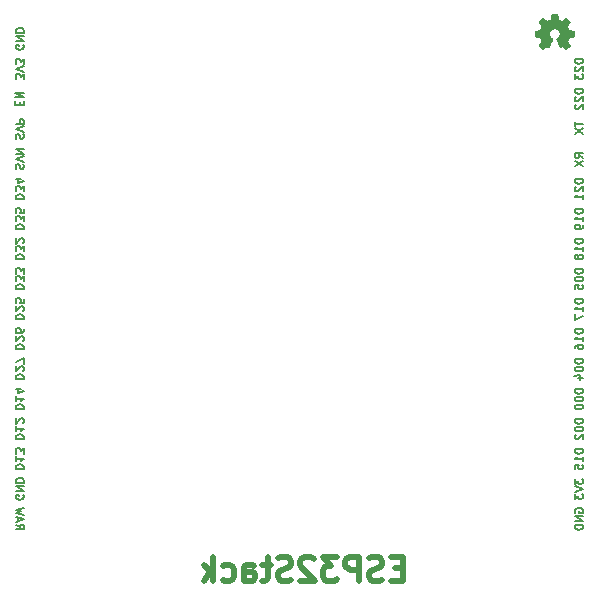
<source format=gbo>
G04 #@! TF.FileFunction,Legend,Bot*
%FSLAX46Y46*%
G04 Gerber Fmt 4.6, Leading zero omitted, Abs format (unit mm)*
G04 Created by KiCad (PCBNEW 4.0.6-e0-6349~52~ubuntu16.10.1) date Fri Apr 28 23:24:08 2017*
%MOMM*%
%LPD*%
G01*
G04 APERTURE LIST*
%ADD10C,0.100000*%
%ADD11C,0.500000*%
%ADD12C,0.175000*%
%ADD13C,0.010000*%
%ADD14R,2.100000X2.100000*%
%ADD15O,2.100000X2.100000*%
G04 APERTURE END LIST*
D10*
D11*
X180211953Y-115960543D02*
X179545286Y-115960543D01*
X179259572Y-117008162D02*
X180211953Y-117008162D01*
X180211953Y-115008162D01*
X179259572Y-115008162D01*
X178497667Y-116912924D02*
X178211952Y-117008162D01*
X177735762Y-117008162D01*
X177545286Y-116912924D01*
X177450048Y-116817686D01*
X177354809Y-116627210D01*
X177354809Y-116436733D01*
X177450048Y-116246257D01*
X177545286Y-116151019D01*
X177735762Y-116055781D01*
X178116714Y-115960543D01*
X178307190Y-115865305D01*
X178402429Y-115770067D01*
X178497667Y-115579590D01*
X178497667Y-115389114D01*
X178402429Y-115198638D01*
X178307190Y-115103400D01*
X178116714Y-115008162D01*
X177640524Y-115008162D01*
X177354809Y-115103400D01*
X176497667Y-117008162D02*
X176497667Y-115008162D01*
X175735762Y-115008162D01*
X175545286Y-115103400D01*
X175450047Y-115198638D01*
X175354809Y-115389114D01*
X175354809Y-115674829D01*
X175450047Y-115865305D01*
X175545286Y-115960543D01*
X175735762Y-116055781D01*
X176497667Y-116055781D01*
X174688143Y-115008162D02*
X173450047Y-115008162D01*
X174116714Y-115770067D01*
X173831000Y-115770067D01*
X173640524Y-115865305D01*
X173545286Y-115960543D01*
X173450047Y-116151019D01*
X173450047Y-116627210D01*
X173545286Y-116817686D01*
X173640524Y-116912924D01*
X173831000Y-117008162D01*
X174402428Y-117008162D01*
X174592905Y-116912924D01*
X174688143Y-116817686D01*
X172688143Y-115198638D02*
X172592905Y-115103400D01*
X172402428Y-115008162D01*
X171926238Y-115008162D01*
X171735762Y-115103400D01*
X171640524Y-115198638D01*
X171545285Y-115389114D01*
X171545285Y-115579590D01*
X171640524Y-115865305D01*
X172783381Y-117008162D01*
X171545285Y-117008162D01*
X170783381Y-116912924D02*
X170497666Y-117008162D01*
X170021476Y-117008162D01*
X169831000Y-116912924D01*
X169735762Y-116817686D01*
X169640523Y-116627210D01*
X169640523Y-116436733D01*
X169735762Y-116246257D01*
X169831000Y-116151019D01*
X170021476Y-116055781D01*
X170402428Y-115960543D01*
X170592904Y-115865305D01*
X170688143Y-115770067D01*
X170783381Y-115579590D01*
X170783381Y-115389114D01*
X170688143Y-115198638D01*
X170592904Y-115103400D01*
X170402428Y-115008162D01*
X169926238Y-115008162D01*
X169640523Y-115103400D01*
X169069095Y-115674829D02*
X168307190Y-115674829D01*
X168783381Y-115008162D02*
X168783381Y-116722448D01*
X168688142Y-116912924D01*
X168497666Y-117008162D01*
X168307190Y-117008162D01*
X166783381Y-117008162D02*
X166783381Y-115960543D01*
X166878619Y-115770067D01*
X167069095Y-115674829D01*
X167450047Y-115674829D01*
X167640524Y-115770067D01*
X166783381Y-116912924D02*
X166973857Y-117008162D01*
X167450047Y-117008162D01*
X167640524Y-116912924D01*
X167735762Y-116722448D01*
X167735762Y-116531971D01*
X167640524Y-116341495D01*
X167450047Y-116246257D01*
X166973857Y-116246257D01*
X166783381Y-116151019D01*
X164973857Y-116912924D02*
X165164333Y-117008162D01*
X165545285Y-117008162D01*
X165735761Y-116912924D01*
X165831000Y-116817686D01*
X165926238Y-116627210D01*
X165926238Y-116055781D01*
X165831000Y-115865305D01*
X165735761Y-115770067D01*
X165545285Y-115674829D01*
X165164333Y-115674829D01*
X164973857Y-115770067D01*
X164116714Y-117008162D02*
X164116714Y-115008162D01*
X163926237Y-116246257D02*
X163354809Y-117008162D01*
X163354809Y-115674829D02*
X164116714Y-116436733D01*
D12*
X195477567Y-81226834D02*
X195144233Y-80993500D01*
X195477567Y-80826834D02*
X194777567Y-80826834D01*
X194777567Y-81093500D01*
X194810900Y-81160167D01*
X194844233Y-81193500D01*
X194910900Y-81226834D01*
X195010900Y-81226834D01*
X195077567Y-81193500D01*
X195110900Y-81160167D01*
X195144233Y-81093500D01*
X195144233Y-80826834D01*
X194777567Y-81460167D02*
X195477567Y-81926834D01*
X194777567Y-81926834D02*
X195477567Y-81460167D01*
X147435133Y-99910000D02*
X148135133Y-99910000D01*
X148135133Y-99743334D01*
X148101800Y-99643334D01*
X148035133Y-99576667D01*
X147968467Y-99543334D01*
X147835133Y-99510000D01*
X147735133Y-99510000D01*
X147601800Y-99543334D01*
X147535133Y-99576667D01*
X147468467Y-99643334D01*
X147435133Y-99743334D01*
X147435133Y-99910000D01*
X148068467Y-99243334D02*
X148101800Y-99210000D01*
X148135133Y-99143334D01*
X148135133Y-98976667D01*
X148101800Y-98910000D01*
X148068467Y-98876667D01*
X148001800Y-98843334D01*
X147935133Y-98843334D01*
X147835133Y-98876667D01*
X147435133Y-99276667D01*
X147435133Y-98843334D01*
X148135133Y-98610000D02*
X148135133Y-98143333D01*
X147435133Y-98443333D01*
X194810900Y-111226667D02*
X194777567Y-111160001D01*
X194777567Y-111060001D01*
X194810900Y-110960001D01*
X194877567Y-110893334D01*
X194944233Y-110860001D01*
X195077567Y-110826667D01*
X195177567Y-110826667D01*
X195310900Y-110860001D01*
X195377567Y-110893334D01*
X195444233Y-110960001D01*
X195477567Y-111060001D01*
X195477567Y-111126667D01*
X195444233Y-111226667D01*
X195410900Y-111260001D01*
X195177567Y-111260001D01*
X195177567Y-111126667D01*
X195477567Y-111560001D02*
X194777567Y-111560001D01*
X195477567Y-111960001D01*
X194777567Y-111960001D01*
X195477567Y-112293334D02*
X194777567Y-112293334D01*
X194777567Y-112460000D01*
X194810900Y-112560000D01*
X194877567Y-112626667D01*
X194944233Y-112660000D01*
X195077567Y-112693334D01*
X195177567Y-112693334D01*
X195310900Y-112660000D01*
X195377567Y-112626667D01*
X195444233Y-112560000D01*
X195477567Y-112460000D01*
X195477567Y-112293334D01*
X195477567Y-72810000D02*
X194777567Y-72810000D01*
X194777567Y-72976666D01*
X194810900Y-73076666D01*
X194877567Y-73143333D01*
X194944233Y-73176666D01*
X195077567Y-73210000D01*
X195177567Y-73210000D01*
X195310900Y-73176666D01*
X195377567Y-73143333D01*
X195444233Y-73076666D01*
X195477567Y-72976666D01*
X195477567Y-72810000D01*
X194844233Y-73476666D02*
X194810900Y-73510000D01*
X194777567Y-73576666D01*
X194777567Y-73743333D01*
X194810900Y-73810000D01*
X194844233Y-73843333D01*
X194910900Y-73876666D01*
X194977567Y-73876666D01*
X195077567Y-73843333D01*
X195477567Y-73443333D01*
X195477567Y-73876666D01*
X194777567Y-74110000D02*
X194777567Y-74543333D01*
X195044233Y-74310000D01*
X195044233Y-74410000D01*
X195077567Y-74476667D01*
X195110900Y-74510000D01*
X195177567Y-74543333D01*
X195344233Y-74543333D01*
X195410900Y-74510000D01*
X195444233Y-74476667D01*
X195477567Y-74410000D01*
X195477567Y-74210000D01*
X195444233Y-74143333D01*
X195410900Y-74110000D01*
X195477567Y-75350000D02*
X194777567Y-75350000D01*
X194777567Y-75516666D01*
X194810900Y-75616666D01*
X194877567Y-75683333D01*
X194944233Y-75716666D01*
X195077567Y-75750000D01*
X195177567Y-75750000D01*
X195310900Y-75716666D01*
X195377567Y-75683333D01*
X195444233Y-75616666D01*
X195477567Y-75516666D01*
X195477567Y-75350000D01*
X194844233Y-76016666D02*
X194810900Y-76050000D01*
X194777567Y-76116666D01*
X194777567Y-76283333D01*
X194810900Y-76350000D01*
X194844233Y-76383333D01*
X194910900Y-76416666D01*
X194977567Y-76416666D01*
X195077567Y-76383333D01*
X195477567Y-75983333D01*
X195477567Y-76416666D01*
X194844233Y-76683333D02*
X194810900Y-76716667D01*
X194777567Y-76783333D01*
X194777567Y-76950000D01*
X194810900Y-77016667D01*
X194844233Y-77050000D01*
X194910900Y-77083333D01*
X194977567Y-77083333D01*
X195077567Y-77050000D01*
X195477567Y-76650000D01*
X195477567Y-77083333D01*
X195477567Y-82970000D02*
X194777567Y-82970000D01*
X194777567Y-83136666D01*
X194810900Y-83236666D01*
X194877567Y-83303333D01*
X194944233Y-83336666D01*
X195077567Y-83370000D01*
X195177567Y-83370000D01*
X195310900Y-83336666D01*
X195377567Y-83303333D01*
X195444233Y-83236666D01*
X195477567Y-83136666D01*
X195477567Y-82970000D01*
X194844233Y-83636666D02*
X194810900Y-83670000D01*
X194777567Y-83736666D01*
X194777567Y-83903333D01*
X194810900Y-83970000D01*
X194844233Y-84003333D01*
X194910900Y-84036666D01*
X194977567Y-84036666D01*
X195077567Y-84003333D01*
X195477567Y-83603333D01*
X195477567Y-84036666D01*
X195477567Y-84703333D02*
X195477567Y-84303333D01*
X195477567Y-84503333D02*
X194777567Y-84503333D01*
X194877567Y-84436667D01*
X194944233Y-84370000D01*
X194977567Y-84303333D01*
X195477567Y-85510000D02*
X194777567Y-85510000D01*
X194777567Y-85676666D01*
X194810900Y-85776666D01*
X194877567Y-85843333D01*
X194944233Y-85876666D01*
X195077567Y-85910000D01*
X195177567Y-85910000D01*
X195310900Y-85876666D01*
X195377567Y-85843333D01*
X195444233Y-85776666D01*
X195477567Y-85676666D01*
X195477567Y-85510000D01*
X195477567Y-86576666D02*
X195477567Y-86176666D01*
X195477567Y-86376666D02*
X194777567Y-86376666D01*
X194877567Y-86310000D01*
X194944233Y-86243333D01*
X194977567Y-86176666D01*
X195477567Y-86910000D02*
X195477567Y-87043333D01*
X195444233Y-87110000D01*
X195410900Y-87143333D01*
X195310900Y-87210000D01*
X195177567Y-87243333D01*
X194910900Y-87243333D01*
X194844233Y-87210000D01*
X194810900Y-87176667D01*
X194777567Y-87110000D01*
X194777567Y-86976667D01*
X194810900Y-86910000D01*
X194844233Y-86876667D01*
X194910900Y-86843333D01*
X195077567Y-86843333D01*
X195144233Y-86876667D01*
X195177567Y-86910000D01*
X195210900Y-86976667D01*
X195210900Y-87110000D01*
X195177567Y-87176667D01*
X195144233Y-87210000D01*
X195077567Y-87243333D01*
X195477567Y-88050000D02*
X194777567Y-88050000D01*
X194777567Y-88216666D01*
X194810900Y-88316666D01*
X194877567Y-88383333D01*
X194944233Y-88416666D01*
X195077567Y-88450000D01*
X195177567Y-88450000D01*
X195310900Y-88416666D01*
X195377567Y-88383333D01*
X195444233Y-88316666D01*
X195477567Y-88216666D01*
X195477567Y-88050000D01*
X195477567Y-89116666D02*
X195477567Y-88716666D01*
X195477567Y-88916666D02*
X194777567Y-88916666D01*
X194877567Y-88850000D01*
X194944233Y-88783333D01*
X194977567Y-88716666D01*
X195077567Y-89516667D02*
X195044233Y-89450000D01*
X195010900Y-89416667D01*
X194944233Y-89383333D01*
X194910900Y-89383333D01*
X194844233Y-89416667D01*
X194810900Y-89450000D01*
X194777567Y-89516667D01*
X194777567Y-89650000D01*
X194810900Y-89716667D01*
X194844233Y-89750000D01*
X194910900Y-89783333D01*
X194944233Y-89783333D01*
X195010900Y-89750000D01*
X195044233Y-89716667D01*
X195077567Y-89650000D01*
X195077567Y-89516667D01*
X195110900Y-89450000D01*
X195144233Y-89416667D01*
X195210900Y-89383333D01*
X195344233Y-89383333D01*
X195410900Y-89416667D01*
X195444233Y-89450000D01*
X195477567Y-89516667D01*
X195477567Y-89650000D01*
X195444233Y-89716667D01*
X195410900Y-89750000D01*
X195344233Y-89783333D01*
X195210900Y-89783333D01*
X195144233Y-89750000D01*
X195110900Y-89716667D01*
X195077567Y-89650000D01*
X195477567Y-90590000D02*
X194777567Y-90590000D01*
X194777567Y-90756666D01*
X194810900Y-90856666D01*
X194877567Y-90923333D01*
X194944233Y-90956666D01*
X195077567Y-90990000D01*
X195177567Y-90990000D01*
X195310900Y-90956666D01*
X195377567Y-90923333D01*
X195444233Y-90856666D01*
X195477567Y-90756666D01*
X195477567Y-90590000D01*
X194777567Y-91423333D02*
X194777567Y-91490000D01*
X194810900Y-91556666D01*
X194844233Y-91590000D01*
X194910900Y-91623333D01*
X195044233Y-91656666D01*
X195210900Y-91656666D01*
X195344233Y-91623333D01*
X195410900Y-91590000D01*
X195444233Y-91556666D01*
X195477567Y-91490000D01*
X195477567Y-91423333D01*
X195444233Y-91356666D01*
X195410900Y-91323333D01*
X195344233Y-91290000D01*
X195210900Y-91256666D01*
X195044233Y-91256666D01*
X194910900Y-91290000D01*
X194844233Y-91323333D01*
X194810900Y-91356666D01*
X194777567Y-91423333D01*
X194777567Y-92290000D02*
X194777567Y-91956667D01*
X195110900Y-91923333D01*
X195077567Y-91956667D01*
X195044233Y-92023333D01*
X195044233Y-92190000D01*
X195077567Y-92256667D01*
X195110900Y-92290000D01*
X195177567Y-92323333D01*
X195344233Y-92323333D01*
X195410900Y-92290000D01*
X195444233Y-92256667D01*
X195477567Y-92190000D01*
X195477567Y-92023333D01*
X195444233Y-91956667D01*
X195410900Y-91923333D01*
X195477567Y-93130000D02*
X194777567Y-93130000D01*
X194777567Y-93296666D01*
X194810900Y-93396666D01*
X194877567Y-93463333D01*
X194944233Y-93496666D01*
X195077567Y-93530000D01*
X195177567Y-93530000D01*
X195310900Y-93496666D01*
X195377567Y-93463333D01*
X195444233Y-93396666D01*
X195477567Y-93296666D01*
X195477567Y-93130000D01*
X195477567Y-94196666D02*
X195477567Y-93796666D01*
X195477567Y-93996666D02*
X194777567Y-93996666D01*
X194877567Y-93930000D01*
X194944233Y-93863333D01*
X194977567Y-93796666D01*
X194777567Y-94430000D02*
X194777567Y-94896667D01*
X195477567Y-94596667D01*
X195477567Y-95670000D02*
X194777567Y-95670000D01*
X194777567Y-95836666D01*
X194810900Y-95936666D01*
X194877567Y-96003333D01*
X194944233Y-96036666D01*
X195077567Y-96070000D01*
X195177567Y-96070000D01*
X195310900Y-96036666D01*
X195377567Y-96003333D01*
X195444233Y-95936666D01*
X195477567Y-95836666D01*
X195477567Y-95670000D01*
X195477567Y-96736666D02*
X195477567Y-96336666D01*
X195477567Y-96536666D02*
X194777567Y-96536666D01*
X194877567Y-96470000D01*
X194944233Y-96403333D01*
X194977567Y-96336666D01*
X194777567Y-97336667D02*
X194777567Y-97203333D01*
X194810900Y-97136667D01*
X194844233Y-97103333D01*
X194944233Y-97036667D01*
X195077567Y-97003333D01*
X195344233Y-97003333D01*
X195410900Y-97036667D01*
X195444233Y-97070000D01*
X195477567Y-97136667D01*
X195477567Y-97270000D01*
X195444233Y-97336667D01*
X195410900Y-97370000D01*
X195344233Y-97403333D01*
X195177567Y-97403333D01*
X195110900Y-97370000D01*
X195077567Y-97336667D01*
X195044233Y-97270000D01*
X195044233Y-97136667D01*
X195077567Y-97070000D01*
X195110900Y-97036667D01*
X195177567Y-97003333D01*
X195477567Y-98210000D02*
X194777567Y-98210000D01*
X194777567Y-98376666D01*
X194810900Y-98476666D01*
X194877567Y-98543333D01*
X194944233Y-98576666D01*
X195077567Y-98610000D01*
X195177567Y-98610000D01*
X195310900Y-98576666D01*
X195377567Y-98543333D01*
X195444233Y-98476666D01*
X195477567Y-98376666D01*
X195477567Y-98210000D01*
X194777567Y-99043333D02*
X194777567Y-99110000D01*
X194810900Y-99176666D01*
X194844233Y-99210000D01*
X194910900Y-99243333D01*
X195044233Y-99276666D01*
X195210900Y-99276666D01*
X195344233Y-99243333D01*
X195410900Y-99210000D01*
X195444233Y-99176666D01*
X195477567Y-99110000D01*
X195477567Y-99043333D01*
X195444233Y-98976666D01*
X195410900Y-98943333D01*
X195344233Y-98910000D01*
X195210900Y-98876666D01*
X195044233Y-98876666D01*
X194910900Y-98910000D01*
X194844233Y-98943333D01*
X194810900Y-98976666D01*
X194777567Y-99043333D01*
X195010900Y-99876667D02*
X195477567Y-99876667D01*
X194744233Y-99710000D02*
X195244233Y-99543333D01*
X195244233Y-99976667D01*
X195477567Y-100750000D02*
X194777567Y-100750000D01*
X194777567Y-100916666D01*
X194810900Y-101016666D01*
X194877567Y-101083333D01*
X194944233Y-101116666D01*
X195077567Y-101150000D01*
X195177567Y-101150000D01*
X195310900Y-101116666D01*
X195377567Y-101083333D01*
X195444233Y-101016666D01*
X195477567Y-100916666D01*
X195477567Y-100750000D01*
X194777567Y-101583333D02*
X194777567Y-101650000D01*
X194810900Y-101716666D01*
X194844233Y-101750000D01*
X194910900Y-101783333D01*
X195044233Y-101816666D01*
X195210900Y-101816666D01*
X195344233Y-101783333D01*
X195410900Y-101750000D01*
X195444233Y-101716666D01*
X195477567Y-101650000D01*
X195477567Y-101583333D01*
X195444233Y-101516666D01*
X195410900Y-101483333D01*
X195344233Y-101450000D01*
X195210900Y-101416666D01*
X195044233Y-101416666D01*
X194910900Y-101450000D01*
X194844233Y-101483333D01*
X194810900Y-101516666D01*
X194777567Y-101583333D01*
X194777567Y-102250000D02*
X194777567Y-102316667D01*
X194810900Y-102383333D01*
X194844233Y-102416667D01*
X194910900Y-102450000D01*
X195044233Y-102483333D01*
X195210900Y-102483333D01*
X195344233Y-102450000D01*
X195410900Y-102416667D01*
X195444233Y-102383333D01*
X195477567Y-102316667D01*
X195477567Y-102250000D01*
X195444233Y-102183333D01*
X195410900Y-102150000D01*
X195344233Y-102116667D01*
X195210900Y-102083333D01*
X195044233Y-102083333D01*
X194910900Y-102116667D01*
X194844233Y-102150000D01*
X194810900Y-102183333D01*
X194777567Y-102250000D01*
X195477567Y-103290000D02*
X194777567Y-103290000D01*
X194777567Y-103456666D01*
X194810900Y-103556666D01*
X194877567Y-103623333D01*
X194944233Y-103656666D01*
X195077567Y-103690000D01*
X195177567Y-103690000D01*
X195310900Y-103656666D01*
X195377567Y-103623333D01*
X195444233Y-103556666D01*
X195477567Y-103456666D01*
X195477567Y-103290000D01*
X194777567Y-104123333D02*
X194777567Y-104190000D01*
X194810900Y-104256666D01*
X194844233Y-104290000D01*
X194910900Y-104323333D01*
X195044233Y-104356666D01*
X195210900Y-104356666D01*
X195344233Y-104323333D01*
X195410900Y-104290000D01*
X195444233Y-104256666D01*
X195477567Y-104190000D01*
X195477567Y-104123333D01*
X195444233Y-104056666D01*
X195410900Y-104023333D01*
X195344233Y-103990000D01*
X195210900Y-103956666D01*
X195044233Y-103956666D01*
X194910900Y-103990000D01*
X194844233Y-104023333D01*
X194810900Y-104056666D01*
X194777567Y-104123333D01*
X194844233Y-104623333D02*
X194810900Y-104656667D01*
X194777567Y-104723333D01*
X194777567Y-104890000D01*
X194810900Y-104956667D01*
X194844233Y-104990000D01*
X194910900Y-105023333D01*
X194977567Y-105023333D01*
X195077567Y-104990000D01*
X195477567Y-104590000D01*
X195477567Y-105023333D01*
X194777567Y-78143167D02*
X194777567Y-78543167D01*
X195477567Y-78343167D02*
X194777567Y-78343167D01*
X194777567Y-78709833D02*
X195477567Y-79176500D01*
X194777567Y-79176500D02*
X195477567Y-78709833D01*
X195477567Y-105830000D02*
X194777567Y-105830000D01*
X194777567Y-105996666D01*
X194810900Y-106096666D01*
X194877567Y-106163333D01*
X194944233Y-106196666D01*
X195077567Y-106230000D01*
X195177567Y-106230000D01*
X195310900Y-106196666D01*
X195377567Y-106163333D01*
X195444233Y-106096666D01*
X195477567Y-105996666D01*
X195477567Y-105830000D01*
X195477567Y-106896666D02*
X195477567Y-106496666D01*
X195477567Y-106696666D02*
X194777567Y-106696666D01*
X194877567Y-106630000D01*
X194944233Y-106563333D01*
X194977567Y-106496666D01*
X194777567Y-107530000D02*
X194777567Y-107196667D01*
X195110900Y-107163333D01*
X195077567Y-107196667D01*
X195044233Y-107263333D01*
X195044233Y-107430000D01*
X195077567Y-107496667D01*
X195110900Y-107530000D01*
X195177567Y-107563333D01*
X195344233Y-107563333D01*
X195410900Y-107530000D01*
X195444233Y-107496667D01*
X195477567Y-107430000D01*
X195477567Y-107263333D01*
X195444233Y-107196667D01*
X195410900Y-107163333D01*
X194777567Y-108353333D02*
X194777567Y-108786666D01*
X195044233Y-108553333D01*
X195044233Y-108653333D01*
X195077567Y-108720000D01*
X195110900Y-108753333D01*
X195177567Y-108786666D01*
X195344233Y-108786666D01*
X195410900Y-108753333D01*
X195444233Y-108720000D01*
X195477567Y-108653333D01*
X195477567Y-108453333D01*
X195444233Y-108386666D01*
X195410900Y-108353333D01*
X194777567Y-108986667D02*
X195477567Y-109220000D01*
X194777567Y-109453333D01*
X194777567Y-109620000D02*
X194777567Y-110053333D01*
X195044233Y-109820000D01*
X195044233Y-109920000D01*
X195077567Y-109986667D01*
X195110900Y-110020000D01*
X195177567Y-110053333D01*
X195344233Y-110053333D01*
X195410900Y-110020000D01*
X195444233Y-109986667D01*
X195477567Y-109920000D01*
X195477567Y-109720000D01*
X195444233Y-109653333D01*
X195410900Y-109620000D01*
X147435133Y-112243333D02*
X147768467Y-112476667D01*
X147435133Y-112643333D02*
X148135133Y-112643333D01*
X148135133Y-112376667D01*
X148101800Y-112310000D01*
X148068467Y-112276667D01*
X148001800Y-112243333D01*
X147901800Y-112243333D01*
X147835133Y-112276667D01*
X147801800Y-112310000D01*
X147768467Y-112376667D01*
X147768467Y-112643333D01*
X147635133Y-111976667D02*
X147635133Y-111643333D01*
X147435133Y-112043333D02*
X148135133Y-111810000D01*
X147435133Y-111576667D01*
X148135133Y-111410000D02*
X147435133Y-111243333D01*
X147935133Y-111110000D01*
X147435133Y-110976667D01*
X148135133Y-110810000D01*
X148101800Y-109753333D02*
X148135133Y-109819999D01*
X148135133Y-109919999D01*
X148101800Y-110019999D01*
X148035133Y-110086666D01*
X147968467Y-110119999D01*
X147835133Y-110153333D01*
X147735133Y-110153333D01*
X147601800Y-110119999D01*
X147535133Y-110086666D01*
X147468467Y-110019999D01*
X147435133Y-109919999D01*
X147435133Y-109853333D01*
X147468467Y-109753333D01*
X147501800Y-109719999D01*
X147735133Y-109719999D01*
X147735133Y-109853333D01*
X147435133Y-109419999D02*
X148135133Y-109419999D01*
X147435133Y-109019999D01*
X148135133Y-109019999D01*
X147435133Y-108686666D02*
X148135133Y-108686666D01*
X148135133Y-108520000D01*
X148101800Y-108420000D01*
X148035133Y-108353333D01*
X147968467Y-108320000D01*
X147835133Y-108286666D01*
X147735133Y-108286666D01*
X147601800Y-108320000D01*
X147535133Y-108353333D01*
X147468467Y-108420000D01*
X147435133Y-108520000D01*
X147435133Y-108686666D01*
X147435133Y-107530000D02*
X148135133Y-107530000D01*
X148135133Y-107363334D01*
X148101800Y-107263334D01*
X148035133Y-107196667D01*
X147968467Y-107163334D01*
X147835133Y-107130000D01*
X147735133Y-107130000D01*
X147601800Y-107163334D01*
X147535133Y-107196667D01*
X147468467Y-107263334D01*
X147435133Y-107363334D01*
X147435133Y-107530000D01*
X147435133Y-106463334D02*
X147435133Y-106863334D01*
X147435133Y-106663334D02*
X148135133Y-106663334D01*
X148035133Y-106730000D01*
X147968467Y-106796667D01*
X147935133Y-106863334D01*
X148135133Y-106230000D02*
X148135133Y-105796667D01*
X147868467Y-106030000D01*
X147868467Y-105930000D01*
X147835133Y-105863333D01*
X147801800Y-105830000D01*
X147735133Y-105796667D01*
X147568467Y-105796667D01*
X147501800Y-105830000D01*
X147468467Y-105863333D01*
X147435133Y-105930000D01*
X147435133Y-106130000D01*
X147468467Y-106196667D01*
X147501800Y-106230000D01*
X147435133Y-104990000D02*
X148135133Y-104990000D01*
X148135133Y-104823334D01*
X148101800Y-104723334D01*
X148035133Y-104656667D01*
X147968467Y-104623334D01*
X147835133Y-104590000D01*
X147735133Y-104590000D01*
X147601800Y-104623334D01*
X147535133Y-104656667D01*
X147468467Y-104723334D01*
X147435133Y-104823334D01*
X147435133Y-104990000D01*
X147435133Y-103923334D02*
X147435133Y-104323334D01*
X147435133Y-104123334D02*
X148135133Y-104123334D01*
X148035133Y-104190000D01*
X147968467Y-104256667D01*
X147935133Y-104323334D01*
X148068467Y-103656667D02*
X148101800Y-103623333D01*
X148135133Y-103556667D01*
X148135133Y-103390000D01*
X148101800Y-103323333D01*
X148068467Y-103290000D01*
X148001800Y-103256667D01*
X147935133Y-103256667D01*
X147835133Y-103290000D01*
X147435133Y-103690000D01*
X147435133Y-103256667D01*
X147435133Y-102450000D02*
X148135133Y-102450000D01*
X148135133Y-102283334D01*
X148101800Y-102183334D01*
X148035133Y-102116667D01*
X147968467Y-102083334D01*
X147835133Y-102050000D01*
X147735133Y-102050000D01*
X147601800Y-102083334D01*
X147535133Y-102116667D01*
X147468467Y-102183334D01*
X147435133Y-102283334D01*
X147435133Y-102450000D01*
X147435133Y-101383334D02*
X147435133Y-101783334D01*
X147435133Y-101583334D02*
X148135133Y-101583334D01*
X148035133Y-101650000D01*
X147968467Y-101716667D01*
X147935133Y-101783334D01*
X147901800Y-100783333D02*
X147435133Y-100783333D01*
X148168467Y-100950000D02*
X147668467Y-101116667D01*
X147668467Y-100683333D01*
X147435133Y-97370000D02*
X148135133Y-97370000D01*
X148135133Y-97203334D01*
X148101800Y-97103334D01*
X148035133Y-97036667D01*
X147968467Y-97003334D01*
X147835133Y-96970000D01*
X147735133Y-96970000D01*
X147601800Y-97003334D01*
X147535133Y-97036667D01*
X147468467Y-97103334D01*
X147435133Y-97203334D01*
X147435133Y-97370000D01*
X148068467Y-96703334D02*
X148101800Y-96670000D01*
X148135133Y-96603334D01*
X148135133Y-96436667D01*
X148101800Y-96370000D01*
X148068467Y-96336667D01*
X148001800Y-96303334D01*
X147935133Y-96303334D01*
X147835133Y-96336667D01*
X147435133Y-96736667D01*
X147435133Y-96303334D01*
X148135133Y-95703333D02*
X148135133Y-95836667D01*
X148101800Y-95903333D01*
X148068467Y-95936667D01*
X147968467Y-96003333D01*
X147835133Y-96036667D01*
X147568467Y-96036667D01*
X147501800Y-96003333D01*
X147468467Y-95970000D01*
X147435133Y-95903333D01*
X147435133Y-95770000D01*
X147468467Y-95703333D01*
X147501800Y-95670000D01*
X147568467Y-95636667D01*
X147735133Y-95636667D01*
X147801800Y-95670000D01*
X147835133Y-95703333D01*
X147868467Y-95770000D01*
X147868467Y-95903333D01*
X147835133Y-95970000D01*
X147801800Y-96003333D01*
X147735133Y-96036667D01*
X147435133Y-94830000D02*
X148135133Y-94830000D01*
X148135133Y-94663334D01*
X148101800Y-94563334D01*
X148035133Y-94496667D01*
X147968467Y-94463334D01*
X147835133Y-94430000D01*
X147735133Y-94430000D01*
X147601800Y-94463334D01*
X147535133Y-94496667D01*
X147468467Y-94563334D01*
X147435133Y-94663334D01*
X147435133Y-94830000D01*
X148068467Y-94163334D02*
X148101800Y-94130000D01*
X148135133Y-94063334D01*
X148135133Y-93896667D01*
X148101800Y-93830000D01*
X148068467Y-93796667D01*
X148001800Y-93763334D01*
X147935133Y-93763334D01*
X147835133Y-93796667D01*
X147435133Y-94196667D01*
X147435133Y-93763334D01*
X148135133Y-93130000D02*
X148135133Y-93463333D01*
X147801800Y-93496667D01*
X147835133Y-93463333D01*
X147868467Y-93396667D01*
X147868467Y-93230000D01*
X147835133Y-93163333D01*
X147801800Y-93130000D01*
X147735133Y-93096667D01*
X147568467Y-93096667D01*
X147501800Y-93130000D01*
X147468467Y-93163333D01*
X147435133Y-93230000D01*
X147435133Y-93396667D01*
X147468467Y-93463333D01*
X147501800Y-93496667D01*
X147435133Y-92290000D02*
X148135133Y-92290000D01*
X148135133Y-92123334D01*
X148101800Y-92023334D01*
X148035133Y-91956667D01*
X147968467Y-91923334D01*
X147835133Y-91890000D01*
X147735133Y-91890000D01*
X147601800Y-91923334D01*
X147535133Y-91956667D01*
X147468467Y-92023334D01*
X147435133Y-92123334D01*
X147435133Y-92290000D01*
X148135133Y-91656667D02*
X148135133Y-91223334D01*
X147868467Y-91456667D01*
X147868467Y-91356667D01*
X147835133Y-91290000D01*
X147801800Y-91256667D01*
X147735133Y-91223334D01*
X147568467Y-91223334D01*
X147501800Y-91256667D01*
X147468467Y-91290000D01*
X147435133Y-91356667D01*
X147435133Y-91556667D01*
X147468467Y-91623334D01*
X147501800Y-91656667D01*
X148135133Y-90990000D02*
X148135133Y-90556667D01*
X147868467Y-90790000D01*
X147868467Y-90690000D01*
X147835133Y-90623333D01*
X147801800Y-90590000D01*
X147735133Y-90556667D01*
X147568467Y-90556667D01*
X147501800Y-90590000D01*
X147468467Y-90623333D01*
X147435133Y-90690000D01*
X147435133Y-90890000D01*
X147468467Y-90956667D01*
X147501800Y-90990000D01*
X147435133Y-89750000D02*
X148135133Y-89750000D01*
X148135133Y-89583334D01*
X148101800Y-89483334D01*
X148035133Y-89416667D01*
X147968467Y-89383334D01*
X147835133Y-89350000D01*
X147735133Y-89350000D01*
X147601800Y-89383334D01*
X147535133Y-89416667D01*
X147468467Y-89483334D01*
X147435133Y-89583334D01*
X147435133Y-89750000D01*
X148135133Y-89116667D02*
X148135133Y-88683334D01*
X147868467Y-88916667D01*
X147868467Y-88816667D01*
X147835133Y-88750000D01*
X147801800Y-88716667D01*
X147735133Y-88683334D01*
X147568467Y-88683334D01*
X147501800Y-88716667D01*
X147468467Y-88750000D01*
X147435133Y-88816667D01*
X147435133Y-89016667D01*
X147468467Y-89083334D01*
X147501800Y-89116667D01*
X148068467Y-88416667D02*
X148101800Y-88383333D01*
X148135133Y-88316667D01*
X148135133Y-88150000D01*
X148101800Y-88083333D01*
X148068467Y-88050000D01*
X148001800Y-88016667D01*
X147935133Y-88016667D01*
X147835133Y-88050000D01*
X147435133Y-88450000D01*
X147435133Y-88016667D01*
X147435133Y-87210000D02*
X148135133Y-87210000D01*
X148135133Y-87043334D01*
X148101800Y-86943334D01*
X148035133Y-86876667D01*
X147968467Y-86843334D01*
X147835133Y-86810000D01*
X147735133Y-86810000D01*
X147601800Y-86843334D01*
X147535133Y-86876667D01*
X147468467Y-86943334D01*
X147435133Y-87043334D01*
X147435133Y-87210000D01*
X148135133Y-86576667D02*
X148135133Y-86143334D01*
X147868467Y-86376667D01*
X147868467Y-86276667D01*
X147835133Y-86210000D01*
X147801800Y-86176667D01*
X147735133Y-86143334D01*
X147568467Y-86143334D01*
X147501800Y-86176667D01*
X147468467Y-86210000D01*
X147435133Y-86276667D01*
X147435133Y-86476667D01*
X147468467Y-86543334D01*
X147501800Y-86576667D01*
X148135133Y-85510000D02*
X148135133Y-85843333D01*
X147801800Y-85876667D01*
X147835133Y-85843333D01*
X147868467Y-85776667D01*
X147868467Y-85610000D01*
X147835133Y-85543333D01*
X147801800Y-85510000D01*
X147735133Y-85476667D01*
X147568467Y-85476667D01*
X147501800Y-85510000D01*
X147468467Y-85543333D01*
X147435133Y-85610000D01*
X147435133Y-85776667D01*
X147468467Y-85843333D01*
X147501800Y-85876667D01*
X147435133Y-84670000D02*
X148135133Y-84670000D01*
X148135133Y-84503334D01*
X148101800Y-84403334D01*
X148035133Y-84336667D01*
X147968467Y-84303334D01*
X147835133Y-84270000D01*
X147735133Y-84270000D01*
X147601800Y-84303334D01*
X147535133Y-84336667D01*
X147468467Y-84403334D01*
X147435133Y-84503334D01*
X147435133Y-84670000D01*
X148135133Y-84036667D02*
X148135133Y-83603334D01*
X147868467Y-83836667D01*
X147868467Y-83736667D01*
X147835133Y-83670000D01*
X147801800Y-83636667D01*
X147735133Y-83603334D01*
X147568467Y-83603334D01*
X147501800Y-83636667D01*
X147468467Y-83670000D01*
X147435133Y-83736667D01*
X147435133Y-83936667D01*
X147468467Y-84003334D01*
X147501800Y-84036667D01*
X147901800Y-83003333D02*
X147435133Y-83003333D01*
X148168467Y-83170000D02*
X147668467Y-83336667D01*
X147668467Y-82903333D01*
X147468467Y-82146667D02*
X147435133Y-82046667D01*
X147435133Y-81880000D01*
X147468467Y-81813333D01*
X147501800Y-81780000D01*
X147568467Y-81746667D01*
X147635133Y-81746667D01*
X147701800Y-81780000D01*
X147735133Y-81813333D01*
X147768467Y-81880000D01*
X147801800Y-82013333D01*
X147835133Y-82080000D01*
X147868467Y-82113333D01*
X147935133Y-82146667D01*
X148001800Y-82146667D01*
X148068467Y-82113333D01*
X148101800Y-82080000D01*
X148135133Y-82013333D01*
X148135133Y-81846667D01*
X148101800Y-81746667D01*
X148135133Y-81546666D02*
X147435133Y-81313333D01*
X148135133Y-81080000D01*
X147435133Y-80846666D02*
X148135133Y-80846666D01*
X147435133Y-80446666D01*
X148135133Y-80446666D01*
X147468467Y-79590000D02*
X147435133Y-79490000D01*
X147435133Y-79323333D01*
X147468467Y-79256666D01*
X147501800Y-79223333D01*
X147568467Y-79190000D01*
X147635133Y-79190000D01*
X147701800Y-79223333D01*
X147735133Y-79256666D01*
X147768467Y-79323333D01*
X147801800Y-79456666D01*
X147835133Y-79523333D01*
X147868467Y-79556666D01*
X147935133Y-79590000D01*
X148001800Y-79590000D01*
X148068467Y-79556666D01*
X148101800Y-79523333D01*
X148135133Y-79456666D01*
X148135133Y-79290000D01*
X148101800Y-79190000D01*
X148135133Y-78989999D02*
X147435133Y-78756666D01*
X148135133Y-78523333D01*
X147435133Y-78289999D02*
X148135133Y-78289999D01*
X148135133Y-78023333D01*
X148101800Y-77956666D01*
X148068467Y-77923333D01*
X148001800Y-77889999D01*
X147901800Y-77889999D01*
X147835133Y-77923333D01*
X147801800Y-77956666D01*
X147768467Y-78023333D01*
X147768467Y-78289999D01*
X147776400Y-76716666D02*
X147776400Y-76483333D01*
X147409733Y-76383333D02*
X147409733Y-76716666D01*
X148109733Y-76716666D01*
X148109733Y-76383333D01*
X147409733Y-76083333D02*
X148109733Y-76083333D01*
X147409733Y-75683333D01*
X148109733Y-75683333D01*
X148135133Y-74526667D02*
X148135133Y-74093334D01*
X147868467Y-74326667D01*
X147868467Y-74226667D01*
X147835133Y-74160000D01*
X147801800Y-74126667D01*
X147735133Y-74093334D01*
X147568467Y-74093334D01*
X147501800Y-74126667D01*
X147468467Y-74160000D01*
X147435133Y-74226667D01*
X147435133Y-74426667D01*
X147468467Y-74493334D01*
X147501800Y-74526667D01*
X148135133Y-73893333D02*
X147435133Y-73660000D01*
X148135133Y-73426667D01*
X148135133Y-73260000D02*
X148135133Y-72826667D01*
X147868467Y-73060000D01*
X147868467Y-72960000D01*
X147835133Y-72893333D01*
X147801800Y-72860000D01*
X147735133Y-72826667D01*
X147568467Y-72826667D01*
X147501800Y-72860000D01*
X147468467Y-72893333D01*
X147435133Y-72960000D01*
X147435133Y-73160000D01*
X147468467Y-73226667D01*
X147501800Y-73260000D01*
X148101800Y-71653333D02*
X148135133Y-71719999D01*
X148135133Y-71819999D01*
X148101800Y-71919999D01*
X148035133Y-71986666D01*
X147968467Y-72019999D01*
X147835133Y-72053333D01*
X147735133Y-72053333D01*
X147601800Y-72019999D01*
X147535133Y-71986666D01*
X147468467Y-71919999D01*
X147435133Y-71819999D01*
X147435133Y-71753333D01*
X147468467Y-71653333D01*
X147501800Y-71619999D01*
X147735133Y-71619999D01*
X147735133Y-71753333D01*
X147435133Y-71319999D02*
X148135133Y-71319999D01*
X147435133Y-70919999D01*
X148135133Y-70919999D01*
X147435133Y-70586666D02*
X148135133Y-70586666D01*
X148135133Y-70420000D01*
X148101800Y-70320000D01*
X148035133Y-70253333D01*
X147968467Y-70220000D01*
X147835133Y-70186666D01*
X147735133Y-70186666D01*
X147601800Y-70220000D01*
X147535133Y-70253333D01*
X147468467Y-70320000D01*
X147435133Y-70420000D01*
X147435133Y-70586666D01*
D13*
G36*
X192777075Y-69257517D02*
X192764930Y-69322571D01*
X192753465Y-69380876D01*
X192743473Y-69428636D01*
X192735745Y-69462052D01*
X192731221Y-69477061D01*
X192717726Y-69487872D01*
X192688066Y-69503889D01*
X192646873Y-69523229D01*
X192598782Y-69544006D01*
X192548427Y-69564338D01*
X192500441Y-69582341D01*
X192459458Y-69596129D01*
X192430112Y-69603821D01*
X192418172Y-69604335D01*
X192404186Y-69596298D01*
X192375309Y-69577808D01*
X192334793Y-69551012D01*
X192285888Y-69518055D01*
X192238697Y-69485803D01*
X192185221Y-69449266D01*
X192137398Y-69417044D01*
X192098447Y-69391271D01*
X192071588Y-69374081D01*
X192060512Y-69367747D01*
X192048369Y-69373389D01*
X192024094Y-69392335D01*
X191990595Y-69421710D01*
X191950779Y-69458643D01*
X191907552Y-69500260D01*
X191863823Y-69543688D01*
X191822498Y-69586055D01*
X191786485Y-69624486D01*
X191758691Y-69656110D01*
X191742022Y-69678053D01*
X191738526Y-69685944D01*
X191744520Y-69700221D01*
X191761183Y-69729413D01*
X191786538Y-69770330D01*
X191818610Y-69819778D01*
X191854482Y-69873191D01*
X191891145Y-69927618D01*
X191923040Y-69976324D01*
X191948198Y-70016191D01*
X191964653Y-70044104D01*
X191970439Y-70056873D01*
X191966189Y-70071836D01*
X191954753Y-70102288D01*
X191938108Y-70143616D01*
X191918225Y-70191211D01*
X191897081Y-70240461D01*
X191876647Y-70286756D01*
X191858900Y-70325485D01*
X191845812Y-70352038D01*
X191840071Y-70361368D01*
X191828021Y-70365141D01*
X191798341Y-70372165D01*
X191755109Y-70381622D01*
X191702403Y-70392692D01*
X191644303Y-70404556D01*
X191584885Y-70416396D01*
X191528229Y-70427393D01*
X191478412Y-70436728D01*
X191439515Y-70443582D01*
X191415613Y-70447136D01*
X191411299Y-70447452D01*
X191408985Y-70457828D01*
X191407436Y-70486322D01*
X191406590Y-70528978D01*
X191406388Y-70581841D01*
X191406770Y-70640958D01*
X191407677Y-70702373D01*
X191409048Y-70762131D01*
X191410825Y-70816278D01*
X191412947Y-70860859D01*
X191415355Y-70891920D01*
X191417988Y-70905506D01*
X191418220Y-70905729D01*
X191432185Y-70909879D01*
X191464173Y-70917211D01*
X191510478Y-70926944D01*
X191567394Y-70938295D01*
X191623345Y-70949008D01*
X191687824Y-70961813D01*
X191744623Y-70974401D01*
X191790060Y-70985855D01*
X191820456Y-70995259D01*
X191831613Y-71000840D01*
X191840649Y-71016396D01*
X191855382Y-71047866D01*
X191873917Y-71090556D01*
X191894364Y-71139771D01*
X191914828Y-71190813D01*
X191933418Y-71238988D01*
X191948241Y-71279601D01*
X191957404Y-71307954D01*
X191959437Y-71317971D01*
X191953405Y-71331453D01*
X191936699Y-71359762D01*
X191911365Y-71399666D01*
X191879444Y-71447933D01*
X191848961Y-71492683D01*
X191813017Y-71545802D01*
X191781965Y-71593645D01*
X191757860Y-71632885D01*
X191742755Y-71660197D01*
X191738526Y-71671443D01*
X191745971Y-71683840D01*
X191766365Y-71708561D01*
X191796800Y-71742616D01*
X191834364Y-71783011D01*
X191876149Y-71826755D01*
X191919245Y-71870856D01*
X191960741Y-71912322D01*
X191997728Y-71948160D01*
X192027297Y-71975378D01*
X192046537Y-71990985D01*
X192051765Y-71993539D01*
X192063518Y-71987579D01*
X192090211Y-71971076D01*
X192128651Y-71946096D01*
X192175645Y-71914706D01*
X192214407Y-71888320D01*
X192266516Y-71852882D01*
X192313216Y-71821699D01*
X192351079Y-71797016D01*
X192376677Y-71781075D01*
X192385560Y-71776283D01*
X192403755Y-71777541D01*
X192435231Y-71787297D01*
X192473813Y-71803590D01*
X192478439Y-71805800D01*
X192516626Y-71822609D01*
X192548346Y-71833558D01*
X192567501Y-71836593D01*
X192568885Y-71836250D01*
X192575510Y-71825514D01*
X192589352Y-71797204D01*
X192609195Y-71754158D01*
X192633823Y-71699215D01*
X192662022Y-71635216D01*
X192692574Y-71564999D01*
X192724265Y-71491404D01*
X192755879Y-71417269D01*
X192786200Y-71345435D01*
X192814013Y-71278740D01*
X192838102Y-71220024D01*
X192857251Y-71172125D01*
X192870245Y-71137884D01*
X192875869Y-71120139D01*
X192876004Y-71118935D01*
X192867731Y-71109750D01*
X192845640Y-71091033D01*
X192813823Y-71066180D01*
X192799127Y-71055160D01*
X192722163Y-70986035D01*
X192663576Y-70907968D01*
X192623546Y-70823451D01*
X192602253Y-70734975D01*
X192599877Y-70645032D01*
X192616596Y-70556113D01*
X192652592Y-70470709D01*
X192708042Y-70391313D01*
X192748279Y-70349832D01*
X192824440Y-70293186D01*
X192906252Y-70255995D01*
X192991252Y-70237172D01*
X193076974Y-70235629D01*
X193160956Y-70250278D01*
X193240733Y-70280033D01*
X193313841Y-70323806D01*
X193377816Y-70380510D01*
X193430194Y-70449057D01*
X193468511Y-70528361D01*
X193490302Y-70617334D01*
X193494439Y-70679089D01*
X193483999Y-70778012D01*
X193452893Y-70869444D01*
X193401441Y-70952783D01*
X193329963Y-71027424D01*
X193295229Y-71055160D01*
X193260641Y-71081531D01*
X193234124Y-71103138D01*
X193219771Y-71116586D01*
X193218352Y-71118935D01*
X193222554Y-71133553D01*
X193234347Y-71165158D01*
X193252517Y-71210911D01*
X193275845Y-71267972D01*
X193303115Y-71333502D01*
X193333111Y-71404662D01*
X193364615Y-71478612D01*
X193396412Y-71552514D01*
X193427284Y-71623527D01*
X193456015Y-71688812D01*
X193481389Y-71745531D01*
X193502187Y-71790843D01*
X193517195Y-71821909D01*
X193525195Y-71835891D01*
X193525776Y-71836367D01*
X193542523Y-71834562D01*
X193572857Y-71824381D01*
X193610896Y-71807880D01*
X193620080Y-71803425D01*
X193698743Y-71764481D01*
X193866146Y-71879010D01*
X193919823Y-71915397D01*
X193967403Y-71947015D01*
X194005842Y-71971892D01*
X194032091Y-71988054D01*
X194042990Y-71993539D01*
X194053364Y-71986068D01*
X194076689Y-71965254D01*
X194110424Y-71933494D01*
X194152026Y-71893187D01*
X194198953Y-71846730D01*
X194204130Y-71841548D01*
X194251154Y-71793523D01*
X194292247Y-71749816D01*
X194324991Y-71713140D01*
X194346971Y-71686212D01*
X194355768Y-71671745D01*
X194355830Y-71671152D01*
X194349791Y-71656409D01*
X194333042Y-71626960D01*
X194307638Y-71586122D01*
X194275633Y-71537215D01*
X194245395Y-71492683D01*
X194209514Y-71439882D01*
X194178498Y-71392722D01*
X194154391Y-71354435D01*
X194139236Y-71328254D01*
X194134920Y-71317971D01*
X194139018Y-71300938D01*
X194150096Y-71268373D01*
X194166260Y-71224973D01*
X194185618Y-71175433D01*
X194206277Y-71124449D01*
X194226344Y-71076716D01*
X194243927Y-71036930D01*
X194257134Y-71009786D01*
X194262743Y-71000840D01*
X194277903Y-70993826D01*
X194311152Y-70984003D01*
X194358809Y-70972288D01*
X194417193Y-70959598D01*
X194471011Y-70949008D01*
X194534203Y-70936879D01*
X194590045Y-70925679D01*
X194634834Y-70916193D01*
X194664862Y-70909200D01*
X194676136Y-70905729D01*
X194678786Y-70893811D01*
X194681215Y-70864082D01*
X194683363Y-70820496D01*
X194685172Y-70767009D01*
X194686580Y-70707574D01*
X194687529Y-70646146D01*
X194687958Y-70586681D01*
X194687808Y-70533132D01*
X194687019Y-70489454D01*
X194685531Y-70459602D01*
X194683285Y-70447531D01*
X194683058Y-70447452D01*
X194665957Y-70445373D01*
X194632303Y-70439682D01*
X194586173Y-70431197D01*
X194531647Y-70420738D01*
X194472802Y-70409123D01*
X194413717Y-70397172D01*
X194358471Y-70385702D01*
X194311141Y-70375533D01*
X194275806Y-70367483D01*
X194256545Y-70362372D01*
X194254285Y-70361368D01*
X194246264Y-70347670D01*
X194232027Y-70318159D01*
X194213547Y-70277446D01*
X194192799Y-70230142D01*
X194171756Y-70180857D01*
X194152394Y-70134203D01*
X194136685Y-70094789D01*
X194126604Y-70067227D01*
X194123917Y-70056873D01*
X194129892Y-70043759D01*
X194146506Y-70015625D01*
X194171790Y-69975588D01*
X194203779Y-69926763D01*
X194239874Y-69873191D01*
X194276592Y-69818496D01*
X194308524Y-69769218D01*
X194333691Y-69728549D01*
X194350118Y-69699682D01*
X194355830Y-69685944D01*
X194348317Y-69672161D01*
X194327715Y-69646758D01*
X194296931Y-69612608D01*
X194258874Y-69572583D01*
X194216449Y-69529556D01*
X194172564Y-69486402D01*
X194130127Y-69445991D01*
X194092044Y-69411199D01*
X194061223Y-69384897D01*
X194040571Y-69369958D01*
X194033844Y-69367747D01*
X194020291Y-69375620D01*
X193991811Y-69393952D01*
X193951626Y-69420611D01*
X193902955Y-69453463D01*
X193855660Y-69485803D01*
X193802075Y-69522392D01*
X193754032Y-69554703D01*
X193714779Y-69580589D01*
X193687568Y-69597902D01*
X193676184Y-69604335D01*
X193659379Y-69602828D01*
X193627258Y-69593727D01*
X193584454Y-69578916D01*
X193535601Y-69560280D01*
X193485333Y-69539702D01*
X193438284Y-69519067D01*
X193399087Y-69500257D01*
X193372377Y-69485158D01*
X193363135Y-69477061D01*
X193358300Y-69460818D01*
X193350444Y-69426618D01*
X193340362Y-69378258D01*
X193328845Y-69319537D01*
X193317281Y-69257517D01*
X193280612Y-69055974D01*
X192813744Y-69055974D01*
X192777075Y-69257517D01*
X192777075Y-69257517D01*
G37*
X192777075Y-69257517D02*
X192764930Y-69322571D01*
X192753465Y-69380876D01*
X192743473Y-69428636D01*
X192735745Y-69462052D01*
X192731221Y-69477061D01*
X192717726Y-69487872D01*
X192688066Y-69503889D01*
X192646873Y-69523229D01*
X192598782Y-69544006D01*
X192548427Y-69564338D01*
X192500441Y-69582341D01*
X192459458Y-69596129D01*
X192430112Y-69603821D01*
X192418172Y-69604335D01*
X192404186Y-69596298D01*
X192375309Y-69577808D01*
X192334793Y-69551012D01*
X192285888Y-69518055D01*
X192238697Y-69485803D01*
X192185221Y-69449266D01*
X192137398Y-69417044D01*
X192098447Y-69391271D01*
X192071588Y-69374081D01*
X192060512Y-69367747D01*
X192048369Y-69373389D01*
X192024094Y-69392335D01*
X191990595Y-69421710D01*
X191950779Y-69458643D01*
X191907552Y-69500260D01*
X191863823Y-69543688D01*
X191822498Y-69586055D01*
X191786485Y-69624486D01*
X191758691Y-69656110D01*
X191742022Y-69678053D01*
X191738526Y-69685944D01*
X191744520Y-69700221D01*
X191761183Y-69729413D01*
X191786538Y-69770330D01*
X191818610Y-69819778D01*
X191854482Y-69873191D01*
X191891145Y-69927618D01*
X191923040Y-69976324D01*
X191948198Y-70016191D01*
X191964653Y-70044104D01*
X191970439Y-70056873D01*
X191966189Y-70071836D01*
X191954753Y-70102288D01*
X191938108Y-70143616D01*
X191918225Y-70191211D01*
X191897081Y-70240461D01*
X191876647Y-70286756D01*
X191858900Y-70325485D01*
X191845812Y-70352038D01*
X191840071Y-70361368D01*
X191828021Y-70365141D01*
X191798341Y-70372165D01*
X191755109Y-70381622D01*
X191702403Y-70392692D01*
X191644303Y-70404556D01*
X191584885Y-70416396D01*
X191528229Y-70427393D01*
X191478412Y-70436728D01*
X191439515Y-70443582D01*
X191415613Y-70447136D01*
X191411299Y-70447452D01*
X191408985Y-70457828D01*
X191407436Y-70486322D01*
X191406590Y-70528978D01*
X191406388Y-70581841D01*
X191406770Y-70640958D01*
X191407677Y-70702373D01*
X191409048Y-70762131D01*
X191410825Y-70816278D01*
X191412947Y-70860859D01*
X191415355Y-70891920D01*
X191417988Y-70905506D01*
X191418220Y-70905729D01*
X191432185Y-70909879D01*
X191464173Y-70917211D01*
X191510478Y-70926944D01*
X191567394Y-70938295D01*
X191623345Y-70949008D01*
X191687824Y-70961813D01*
X191744623Y-70974401D01*
X191790060Y-70985855D01*
X191820456Y-70995259D01*
X191831613Y-71000840D01*
X191840649Y-71016396D01*
X191855382Y-71047866D01*
X191873917Y-71090556D01*
X191894364Y-71139771D01*
X191914828Y-71190813D01*
X191933418Y-71238988D01*
X191948241Y-71279601D01*
X191957404Y-71307954D01*
X191959437Y-71317971D01*
X191953405Y-71331453D01*
X191936699Y-71359762D01*
X191911365Y-71399666D01*
X191879444Y-71447933D01*
X191848961Y-71492683D01*
X191813017Y-71545802D01*
X191781965Y-71593645D01*
X191757860Y-71632885D01*
X191742755Y-71660197D01*
X191738526Y-71671443D01*
X191745971Y-71683840D01*
X191766365Y-71708561D01*
X191796800Y-71742616D01*
X191834364Y-71783011D01*
X191876149Y-71826755D01*
X191919245Y-71870856D01*
X191960741Y-71912322D01*
X191997728Y-71948160D01*
X192027297Y-71975378D01*
X192046537Y-71990985D01*
X192051765Y-71993539D01*
X192063518Y-71987579D01*
X192090211Y-71971076D01*
X192128651Y-71946096D01*
X192175645Y-71914706D01*
X192214407Y-71888320D01*
X192266516Y-71852882D01*
X192313216Y-71821699D01*
X192351079Y-71797016D01*
X192376677Y-71781075D01*
X192385560Y-71776283D01*
X192403755Y-71777541D01*
X192435231Y-71787297D01*
X192473813Y-71803590D01*
X192478439Y-71805800D01*
X192516626Y-71822609D01*
X192548346Y-71833558D01*
X192567501Y-71836593D01*
X192568885Y-71836250D01*
X192575510Y-71825514D01*
X192589352Y-71797204D01*
X192609195Y-71754158D01*
X192633823Y-71699215D01*
X192662022Y-71635216D01*
X192692574Y-71564999D01*
X192724265Y-71491404D01*
X192755879Y-71417269D01*
X192786200Y-71345435D01*
X192814013Y-71278740D01*
X192838102Y-71220024D01*
X192857251Y-71172125D01*
X192870245Y-71137884D01*
X192875869Y-71120139D01*
X192876004Y-71118935D01*
X192867731Y-71109750D01*
X192845640Y-71091033D01*
X192813823Y-71066180D01*
X192799127Y-71055160D01*
X192722163Y-70986035D01*
X192663576Y-70907968D01*
X192623546Y-70823451D01*
X192602253Y-70734975D01*
X192599877Y-70645032D01*
X192616596Y-70556113D01*
X192652592Y-70470709D01*
X192708042Y-70391313D01*
X192748279Y-70349832D01*
X192824440Y-70293186D01*
X192906252Y-70255995D01*
X192991252Y-70237172D01*
X193076974Y-70235629D01*
X193160956Y-70250278D01*
X193240733Y-70280033D01*
X193313841Y-70323806D01*
X193377816Y-70380510D01*
X193430194Y-70449057D01*
X193468511Y-70528361D01*
X193490302Y-70617334D01*
X193494439Y-70679089D01*
X193483999Y-70778012D01*
X193452893Y-70869444D01*
X193401441Y-70952783D01*
X193329963Y-71027424D01*
X193295229Y-71055160D01*
X193260641Y-71081531D01*
X193234124Y-71103138D01*
X193219771Y-71116586D01*
X193218352Y-71118935D01*
X193222554Y-71133553D01*
X193234347Y-71165158D01*
X193252517Y-71210911D01*
X193275845Y-71267972D01*
X193303115Y-71333502D01*
X193333111Y-71404662D01*
X193364615Y-71478612D01*
X193396412Y-71552514D01*
X193427284Y-71623527D01*
X193456015Y-71688812D01*
X193481389Y-71745531D01*
X193502187Y-71790843D01*
X193517195Y-71821909D01*
X193525195Y-71835891D01*
X193525776Y-71836367D01*
X193542523Y-71834562D01*
X193572857Y-71824381D01*
X193610896Y-71807880D01*
X193620080Y-71803425D01*
X193698743Y-71764481D01*
X193866146Y-71879010D01*
X193919823Y-71915397D01*
X193967403Y-71947015D01*
X194005842Y-71971892D01*
X194032091Y-71988054D01*
X194042990Y-71993539D01*
X194053364Y-71986068D01*
X194076689Y-71965254D01*
X194110424Y-71933494D01*
X194152026Y-71893187D01*
X194198953Y-71846730D01*
X194204130Y-71841548D01*
X194251154Y-71793523D01*
X194292247Y-71749816D01*
X194324991Y-71713140D01*
X194346971Y-71686212D01*
X194355768Y-71671745D01*
X194355830Y-71671152D01*
X194349791Y-71656409D01*
X194333042Y-71626960D01*
X194307638Y-71586122D01*
X194275633Y-71537215D01*
X194245395Y-71492683D01*
X194209514Y-71439882D01*
X194178498Y-71392722D01*
X194154391Y-71354435D01*
X194139236Y-71328254D01*
X194134920Y-71317971D01*
X194139018Y-71300938D01*
X194150096Y-71268373D01*
X194166260Y-71224973D01*
X194185618Y-71175433D01*
X194206277Y-71124449D01*
X194226344Y-71076716D01*
X194243927Y-71036930D01*
X194257134Y-71009786D01*
X194262743Y-71000840D01*
X194277903Y-70993826D01*
X194311152Y-70984003D01*
X194358809Y-70972288D01*
X194417193Y-70959598D01*
X194471011Y-70949008D01*
X194534203Y-70936879D01*
X194590045Y-70925679D01*
X194634834Y-70916193D01*
X194664862Y-70909200D01*
X194676136Y-70905729D01*
X194678786Y-70893811D01*
X194681215Y-70864082D01*
X194683363Y-70820496D01*
X194685172Y-70767009D01*
X194686580Y-70707574D01*
X194687529Y-70646146D01*
X194687958Y-70586681D01*
X194687808Y-70533132D01*
X194687019Y-70489454D01*
X194685531Y-70459602D01*
X194683285Y-70447531D01*
X194683058Y-70447452D01*
X194665957Y-70445373D01*
X194632303Y-70439682D01*
X194586173Y-70431197D01*
X194531647Y-70420738D01*
X194472802Y-70409123D01*
X194413717Y-70397172D01*
X194358471Y-70385702D01*
X194311141Y-70375533D01*
X194275806Y-70367483D01*
X194256545Y-70362372D01*
X194254285Y-70361368D01*
X194246264Y-70347670D01*
X194232027Y-70318159D01*
X194213547Y-70277446D01*
X194192799Y-70230142D01*
X194171756Y-70180857D01*
X194152394Y-70134203D01*
X194136685Y-70094789D01*
X194126604Y-70067227D01*
X194123917Y-70056873D01*
X194129892Y-70043759D01*
X194146506Y-70015625D01*
X194171790Y-69975588D01*
X194203779Y-69926763D01*
X194239874Y-69873191D01*
X194276592Y-69818496D01*
X194308524Y-69769218D01*
X194333691Y-69728549D01*
X194350118Y-69699682D01*
X194355830Y-69685944D01*
X194348317Y-69672161D01*
X194327715Y-69646758D01*
X194296931Y-69612608D01*
X194258874Y-69572583D01*
X194216449Y-69529556D01*
X194172564Y-69486402D01*
X194130127Y-69445991D01*
X194092044Y-69411199D01*
X194061223Y-69384897D01*
X194040571Y-69369958D01*
X194033844Y-69367747D01*
X194020291Y-69375620D01*
X193991811Y-69393952D01*
X193951626Y-69420611D01*
X193902955Y-69453463D01*
X193855660Y-69485803D01*
X193802075Y-69522392D01*
X193754032Y-69554703D01*
X193714779Y-69580589D01*
X193687568Y-69597902D01*
X193676184Y-69604335D01*
X193659379Y-69602828D01*
X193627258Y-69593727D01*
X193584454Y-69578916D01*
X193535601Y-69560280D01*
X193485333Y-69539702D01*
X193438284Y-69519067D01*
X193399087Y-69500257D01*
X193372377Y-69485158D01*
X193363135Y-69477061D01*
X193358300Y-69460818D01*
X193350444Y-69426618D01*
X193340362Y-69378258D01*
X193328845Y-69319537D01*
X193317281Y-69257517D01*
X193280612Y-69055974D01*
X192813744Y-69055974D01*
X192777075Y-69257517D01*
%LPC*%
D14*
X149860000Y-71120000D03*
D15*
X149860000Y-73660000D03*
X149860000Y-76200000D03*
X149860000Y-78740000D03*
X149860000Y-81280000D03*
X149860000Y-83820000D03*
X149860000Y-86360000D03*
X149860000Y-88900000D03*
X149860000Y-91440000D03*
X149860000Y-93980000D03*
X149860000Y-96520000D03*
X149860000Y-99060000D03*
X149860000Y-101600000D03*
X149860000Y-104140000D03*
X149860000Y-106680000D03*
X149860000Y-109220000D03*
X149860000Y-111760000D03*
X193040000Y-73660000D03*
X193040000Y-76200000D03*
X193040000Y-78740000D03*
X193040000Y-81280000D03*
X193040000Y-83820000D03*
X193040000Y-86360000D03*
X193040000Y-88900000D03*
X193040000Y-91440000D03*
X193040000Y-93980000D03*
X193040000Y-96520000D03*
X193040000Y-99060000D03*
X193040000Y-101600000D03*
X193040000Y-104140000D03*
X193040000Y-106680000D03*
X193040000Y-109220000D03*
X193040000Y-111760000D03*
M02*

</source>
